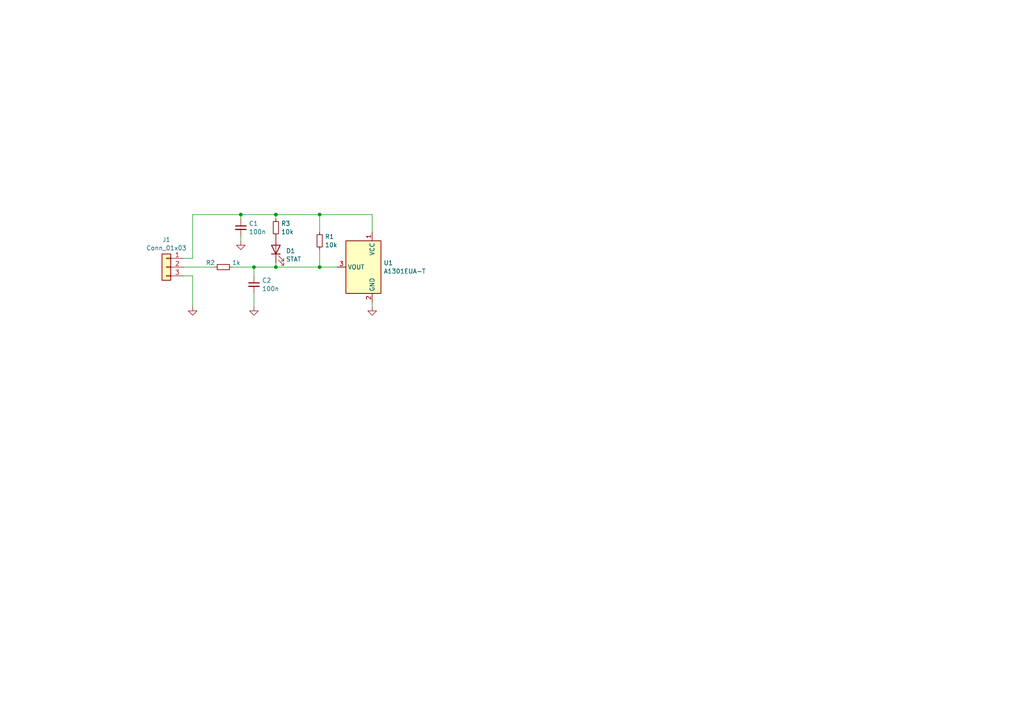
<source format=kicad_sch>
(kicad_sch (version 20230121) (generator eeschema)
  (paper "A4")
  (lib_symbols
    (symbol "Connector_Generic:Conn_01x03" (pin_names (offset 1.016) hide)
      (property "Reference" "J" (at 0 5.08 0))
      (property "Value" "Conn_01x03" (at 0 -5.08 0))
      (symbol "Conn_01x03_1_1"
        (rectangle (start -1.27 -2.413) (end 0 -2.667) (stroke (width 0.1524)))
        (rectangle (start -1.27 0.127) (end 0 -0.127) (stroke (width 0.1524)))
        (rectangle (start -1.27 2.667) (end 0 2.413) (stroke (width 0.1524)))
        (rectangle (start -1.27 3.81) (end 1.27 -3.81) (stroke (width 0.254)) (fill (type background)))
        (pin passive line (at -5.08 2.54 0) (length 3.81) (name "Pin_1") (number "1"))
        (pin passive line (at -5.08 0 0) (length 3.81) (name "Pin_2") (number "2"))
        (pin passive line (at -5.08 -2.54 0) (length 3.81) (name "Pin_3") (number "3"))
      )
    )
    (symbol "Device:C_Small" (pin_numbers hide) (pin_names (offset 0.254) hide)
      (property "Reference" "C" (at 0.254 1.778 0))
      (property "Value" "C_Small" (at 0.254 -2.032 0))
      (symbol "C_Small_0_1"
        (polyline (pts (xy -1.524 -0.508) (xy 1.524 -0.508)) (stroke (width 0.3302)))
        (polyline (pts (xy -1.524 0.508) (xy 1.524 0.508)) (stroke (width 0.3048)))
      )
      (symbol "C_Small_1_1"
        (pin passive line (at 0 2.54 270) (length 2.032) (name "~") (number "1"))
        (pin passive line (at 0 -2.54 90) (length 2.032) (name "~") (number "2"))
      )
    )
    (symbol "Device:LED" (pin_numbers hide) (pin_names (offset 1.016) hide)
      (property "Reference" "D" (at 0 2.54 0))
      (property "Value" "LED" (at 0 -2.54 0))
      (symbol "LED_0_1"
        (polyline (pts (xy -1.27 -1.27) (xy -1.27 1.27)) (stroke (width 0.254)))
        (polyline (pts (xy -1.27 0) (xy 1.27 0)))
        (polyline (pts (xy 1.27 -1.27) (xy 1.27 1.27) (xy -1.27 0) (xy 1.27 -1.27)) (stroke (width 0.254)))
        (polyline (pts (xy -3.048 -0.762) (xy -4.572 -2.286) (xy -3.81 -2.286) (xy -4.572 -2.286) (xy -4.572 -1.524)))
        (polyline (pts (xy -1.778 -0.762) (xy -3.302 -2.286) (xy -2.54 -2.286) (xy -3.302 -2.286) (xy -3.302 -1.524)))
      )
      (symbol "LED_1_1"
        (pin passive line (at -3.81 0 0) (length 2.54) (name "K") (number "1"))
        (pin passive line (at 3.81 0 180) (length 2.54) (name "A") (number "2"))
      )
    )
    (symbol "Device:R_Small" (pin_numbers hide) (pin_names (offset 0.254) hide)
      (property "Reference" "R" (at 0.762 0.508 0))
      (property "Value" "R_Small" (at 0.762 -1.016 0))
      (symbol "R_Small_0_1"
        (rectangle (start -0.762 1.778) (end 0.762 -1.778) (stroke (width 0.2032)))
      )
      (symbol "R_Small_1_1"
        (pin passive line (at 0 2.54 270) (length 0.762) (name "~") (number "1"))
        (pin passive line (at 0 -2.54 90) (length 0.762) (name "~") (number "2"))
      )
    )
    (symbol "Sensor_Magnetic:A1301EUA-T"
      (property "Reference" "U" (at 0 11.43 0))
      (property "Value" "A1301EUA-T" (at 0 8.89 0))
      (symbol "A1301EUA-T_0_1"
        (rectangle (start -5.08 7.62) (end 5.08 -7.62) (stroke (width 0.254)) (fill (type background)))
      )
      (symbol "A1301EUA-T_1_1"
        (pin power_in line (at -2.54 10.16 270) (length 2.54) (name "VCC") (number "1"))
        (pin power_in line (at -2.54 -10.16 90) (length 2.54) (name "GND") (number "2"))
        (pin output line (at 7.62 0 180) (length 2.54) (name "VOUT") (number "3"))
      )
    )
    (symbol "power:GND" (power) (pin_names (offset 0))
      (property "Value" "GND" (at 0 -3.81 0))
      (symbol "GND_0_1"
        (polyline (pts (xy 0 0) (xy 0 -1.27) (xy 1.27 -1.27) (xy 0 -2.54) (xy -1.27 -1.27) (xy 0 -1.27)))
      )
      (symbol "GND_1_1"
        (pin power_in line (at 0 0 270) (length 0) hide (name "GND") (number "1"))
      )
    )
  )
  (junction (at 69.85 62.23))
  (junction (at 92.71 77.47))
  (junction (at 80.01 62.23))
  (junction (at 80.01 77.47))
  (junction (at 92.71 62.23))
  (junction (at 73.66 77.47))
  (wire (pts (xy 69.85 62.23) (xy 80.01 62.23)))
  (wire (pts (xy 53.34 74.93) (xy 55.88 74.93)))
  (wire (pts (xy 80.01 63.5) (xy 80.01 62.23)))
  (wire (pts (xy 55.88 62.23) (xy 69.85 62.23)))
  (wire (pts (xy 80.01 76.2) (xy 80.01 77.47)))
  (wire (pts (xy 92.71 77.47) (xy 97.79 77.47)))
  (wire (pts (xy 69.85 62.23) (xy 69.85 63.5)))
  (wire (pts (xy 55.88 80.01) (xy 53.34 80.01)))
  (wire (pts (xy 73.66 77.47) (xy 80.01 77.47)))
  (wire (pts (xy 55.88 74.93) (xy 55.88 62.23)))
  (wire (pts (xy 55.88 80.01) (xy 55.88 88.9)))
  (wire (pts (xy 80.01 62.23) (xy 92.71 62.23)))
  (wire (pts (xy 67.31 77.47) (xy 73.66 77.47)))
  (wire (pts (xy 107.95 67.31) (xy 107.95 62.23)))
  (wire (pts (xy 92.71 72.39) (xy 92.71 77.47)))
  (wire (pts (xy 80.01 77.47) (xy 92.71 77.47)))
  (wire (pts (xy 92.71 62.23) (xy 107.95 62.23)))
  (wire (pts (xy 69.85 68.58) (xy 69.85 69.85)))
  (wire (pts (xy 53.34 77.47) (xy 62.23 77.47)))
  (wire (pts (xy 92.71 62.23) (xy 92.71 67.31)))
  (wire (pts (xy 73.66 77.47) (xy 73.66 80.01)))
  (wire (pts (xy 73.66 85.09) (xy 73.66 88.9)))
  (wire (pts (xy 107.95 87.63) (xy 107.95 88.9)))
  (symbol (lib_id "Connector_Generic:Conn_01x03") (at 48.26 77.47 0) (mirror y) (unit 1)
    (property "Reference" "J1" (at 48.26 69.5157 0))
    (property "Value" "Conn_01x03" (at 48.26 71.9399 0))
    (property "Footprint" "Connector_PinSocket_2.54mm:PinSocket_1x03_P2.54mm_Vertical" (effects hide))
  )
  (symbol (lib_id "Device:C_Small") (at 73.66 82.55 0) (unit 1)
    (property "Reference" "C2" (at 75.9841 81.3442 0) (effects (justify left)))
    (property "Value" "100n" (at 75.9841 83.7684 0) (effects (justify left)))
    (property "Footprint" "Capacitor_SMD:C_0805_2012Metric_Pad1.18x1.45mm_HandSolder" (effects hide))
  )
  (symbol (lib_id "Device:R_Small") (at 80.01 66.04 0) (mirror y) (unit 1)
    (property "Reference" "R3" (at 81.5086 64.8279 0) (effects (justify right)))
    (property "Value" "10k" (at 81.5086 67.2521 0) (effects (justify right)))
    (property "Footprint" "Resistor_SMD:R_0805_2012Metric_Pad1.20x1.40mm_HandSolder" (effects hide))
  )
  (symbol (lib_id "power:GND") (at 69.85 69.85 0) (unit 1)
    (property "Reference" "#PWR02" (effects hide))
    (property "Value" "GND" (effects hide))
  )
  (symbol (lib_id "Sensor_Magnetic:A1301EUA-T") (at 105.41 77.47 0) (mirror y) (unit 1)
    (property "Reference" "U1" (at 111.252 76.2579 0) (effects (justify right)))
    (property "Value" "A1301EUA-T" (at 111.252 78.6821 0) (effects (justify right)))
    (property "Footprint" "Sensor_Current:Diodes_SIP-3_4.1x1.5mm_P2.65mm" (effects hide))
    (property "Datasheet" "http://www.allegromicro.com/~/media/Files/Datasheets/A1301-2-Datasheet.ashx" (effects hide))
  )
  (symbol (lib_id "Device:LED") (at 80.01 72.39 90) (unit 1)
    (property "Reference" "D1" (at 82.931 72.7654 90) (effects (justify right)))
    (property "Value" "STAT" (at 82.931 75.1896 90) (effects (justify right)))
    (property "Footprint" "LED_SMD:LED_0603_1608Metric_Pad1.05x0.95mm_HandSolder" (effects hide))
  )
  (symbol (lib_id "Device:R_Small") (at 64.77 77.47 90) (unit 1)
    (property "Reference" "R2" (at 59.69 76.2 90) (effects (justify right)))
    (property "Value" "1k" (at 67.31 76.2 90) (effects (justify right)))
    (property "Footprint" "Resistor_SMD:R_0805_2012Metric_Pad1.20x1.40mm_HandSolder" (effects hide))
  )
  (symbol (lib_id "power:GND") (at 107.95 88.9 0) (unit 1)
    (property "Reference" "#PWR01" (effects hide))
    (property "Value" "GND" (effects hide))
  )
  (symbol (lib_id "Device:R_Small") (at 92.71 69.85 0) (mirror y) (unit 1)
    (property "Reference" "R1" (at 94.2086 68.6379 0) (effects (justify right)))
    (property "Value" "10k" (at 94.2086 71.0621 0) (effects (justify right)))
    (property "Footprint" "Resistor_SMD:R_0805_2012Metric_Pad1.20x1.40mm_HandSolder" (effects hide))
  )
  (symbol (lib_id "Device:C_Small") (at 69.85 66.04 0) (unit 1)
    (property "Reference" "C1" (at 72.1741 64.8342 0) (effects (justify left)))
    (property "Value" "100n" (at 72.1741 67.2584 0) (effects (justify left)))
    (property "Footprint" "Capacitor_SMD:C_0805_2012Metric_Pad1.18x1.45mm_HandSolder" (effects hide))
  )
  (symbol (lib_id "power:GND") (at 55.88 88.9 0) (unit 1)
    (property "Reference" "#PWR03" (effects hide))
    (property "Value" "GND" (effects hide))
  )
  (symbol (lib_id "power:GND") (at 73.66 88.9 0) (unit 1)
    (property "Reference" "#PWR04" (effects hide))
    (property "Value" "GND" (effects hide))
  )
)
</source>
